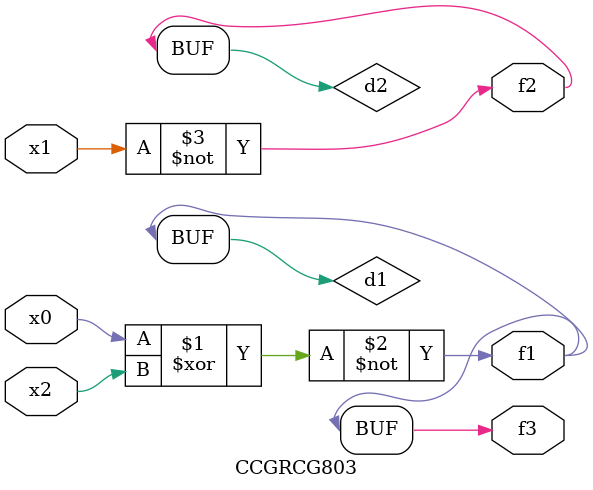
<source format=v>
module CCGRCG803(
	input x0, x1, x2,
	output f1, f2, f3
);

	wire d1, d2, d3;

	xnor (d1, x0, x2);
	nand (d2, x1);
	nor (d3, x1, x2);
	assign f1 = d1;
	assign f2 = d2;
	assign f3 = d1;
endmodule

</source>
